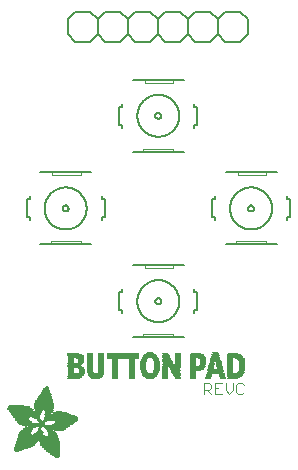
<source format=gbr>
G04 EAGLE Gerber RS-274X export*
G75*
%MOMM*%
%FSLAX34Y34*%
%LPD*%
%INSilkscreen Top*%
%IPPOS*%
%AMOC8*
5,1,8,0,0,1.08239X$1,22.5*%
G01*
%ADD10C,0.076200*%
%ADD11R,0.254000X0.050800*%
%ADD12R,0.355600X0.050800*%
%ADD13R,0.508000X0.050800*%
%ADD14R,0.558800X0.050800*%
%ADD15R,0.609600X0.050800*%
%ADD16R,0.711200X0.050800*%
%ADD17R,0.762000X0.050800*%
%ADD18R,0.812800X0.050800*%
%ADD19R,0.914400X0.050800*%
%ADD20R,0.965200X0.050800*%
%ADD21R,0.101600X0.050800*%
%ADD22R,1.016000X0.050800*%
%ADD23R,0.304800X0.050800*%
%ADD24R,1.117600X0.050800*%
%ADD25R,1.168400X0.050800*%
%ADD26R,1.219200X0.050800*%
%ADD27R,0.863600X0.050800*%
%ADD28R,1.320800X0.050800*%
%ADD29R,1.371600X0.050800*%
%ADD30R,1.422400X0.050800*%
%ADD31R,1.270000X0.050800*%
%ADD32R,1.473200X0.050800*%
%ADD33R,1.524000X0.050800*%
%ADD34R,1.574800X0.050800*%
%ADD35R,1.625600X0.050800*%
%ADD36R,1.676400X0.050800*%
%ADD37R,1.727200X0.050800*%
%ADD38R,1.778000X0.050800*%
%ADD39R,1.828800X0.050800*%
%ADD40R,3.454400X0.050800*%
%ADD41R,2.336800X0.050800*%
%ADD42R,2.235200X0.050800*%
%ADD43R,2.184400X0.050800*%
%ADD44R,0.660400X0.050800*%
%ADD45R,0.457200X0.050800*%
%ADD46R,0.406400X0.050800*%
%ADD47R,0.203200X0.050800*%
%ADD48R,1.930400X0.050800*%
%ADD49R,2.032000X0.050800*%
%ADD50R,2.540000X0.050800*%
%ADD51R,3.556000X0.050800*%
%ADD52R,4.114800X0.050800*%
%ADD53R,2.082800X0.050800*%
%ADD54R,2.133600X0.050800*%
%ADD55R,1.879600X0.050800*%
%ADD56R,1.981200X0.050800*%
%ADD57R,2.946400X0.050800*%
%ADD58R,2.895600X0.050800*%
%ADD59R,2.794000X0.050800*%
%ADD60R,2.286000X0.050800*%
%ADD61R,2.743200X0.050800*%
%ADD62R,2.590800X0.050800*%
%ADD63R,2.387600X0.050800*%
%ADD64R,2.438400X0.050800*%
%ADD65R,2.489200X0.050800*%
%ADD66R,2.641600X0.050800*%
%ADD67R,1.066800X0.050800*%
%ADD68C,0.152400*%
%ADD69C,0.050800*%


D10*
X181557Y67921D02*
X181557Y77167D01*
X186180Y77167D01*
X187721Y75626D01*
X187721Y72544D01*
X186180Y71003D01*
X181557Y71003D01*
X184639Y71003D02*
X187721Y67921D01*
X190765Y77167D02*
X196929Y77167D01*
X190765Y77167D02*
X190765Y67921D01*
X196929Y67921D01*
X193847Y72544D02*
X190765Y72544D01*
X199973Y71003D02*
X199973Y77167D01*
X199973Y71003D02*
X203055Y67921D01*
X206137Y71003D01*
X206137Y77167D01*
X213803Y77167D02*
X215344Y75626D01*
X213803Y77167D02*
X210722Y77167D01*
X209181Y75626D01*
X209181Y69462D01*
X210722Y67921D01*
X213803Y67921D01*
X215344Y69462D01*
D11*
X57404Y13208D03*
D12*
X57404Y13716D03*
D13*
X57150Y14224D03*
D14*
X56896Y14732D03*
D15*
X56642Y15240D03*
D16*
X56134Y15748D03*
D17*
X55880Y16256D03*
D18*
X55626Y16764D03*
D19*
X55118Y17272D03*
D20*
X54864Y17780D03*
D21*
X22606Y18288D03*
D22*
X54610Y18288D03*
D23*
X23114Y18796D03*
D24*
X54102Y18796D03*
D13*
X23622Y19304D03*
D25*
X53848Y19304D03*
D16*
X24130Y19812D03*
D26*
X53594Y19812D03*
D27*
X24892Y20320D03*
D28*
X53086Y20320D03*
D20*
X25908Y20828D03*
D29*
X52832Y20828D03*
D24*
X26670Y21336D03*
D30*
X52578Y21336D03*
D31*
X27432Y21844D03*
D32*
X52324Y21844D03*
D30*
X28194Y22352D03*
D33*
X52070Y22352D03*
D32*
X28956Y22860D03*
D33*
X52070Y22860D03*
D34*
X29464Y23368D03*
X51816Y23368D03*
D35*
X29718Y23876D03*
X51562Y23876D03*
X30226Y24384D03*
X51562Y24384D03*
D36*
X30480Y24892D03*
X51308Y24892D03*
D37*
X30734Y25400D03*
D36*
X51308Y25400D03*
D37*
X31242Y25908D03*
D36*
X51308Y25908D03*
D38*
X31496Y26416D03*
D37*
X51054Y26416D03*
D39*
X31750Y26924D03*
D37*
X51054Y26924D03*
D38*
X32004Y27432D03*
D36*
X50800Y27432D03*
D39*
X32258Y27940D03*
D36*
X50800Y27940D03*
D39*
X32258Y28448D03*
D36*
X50800Y28448D03*
D38*
X32512Y28956D03*
D36*
X50800Y28956D03*
D38*
X32512Y29464D03*
D36*
X50800Y29464D03*
D39*
X32766Y29972D03*
D36*
X50800Y29972D03*
D40*
X41402Y30480D03*
X41402Y30988D03*
D41*
X35814Y31496D03*
D27*
X53848Y31496D03*
D42*
X35814Y32004D03*
D18*
X54102Y32004D03*
D43*
X35560Y32512D03*
D17*
X53848Y32512D03*
D24*
X30226Y33020D03*
D19*
X41402Y33020D03*
D17*
X53848Y33020D03*
D22*
X30226Y33528D03*
D17*
X42164Y33528D03*
D16*
X53594Y33528D03*
D22*
X30226Y34036D03*
D44*
X42164Y34036D03*
D16*
X53086Y34036D03*
D20*
X30480Y34544D03*
D15*
X42418Y34544D03*
D44*
X52832Y34544D03*
D19*
X30734Y35052D03*
D13*
X42418Y35052D03*
D15*
X52578Y35052D03*
D20*
X30988Y35560D03*
D45*
X42672Y35560D03*
D15*
X52070Y35560D03*
D19*
X31242Y36068D03*
D46*
X42926Y36068D03*
D13*
X51562Y36068D03*
X58674Y36068D03*
D19*
X31750Y36576D03*
D23*
X42926Y36576D03*
D14*
X51308Y36576D03*
D18*
X58674Y36576D03*
D19*
X32258Y37084D03*
D11*
X43180Y37084D03*
D33*
X56134Y37084D03*
D27*
X32512Y37592D03*
D11*
X43180Y37592D03*
D36*
X56388Y37592D03*
D27*
X33020Y38100D03*
D11*
X43180Y38100D03*
D38*
X56388Y38100D03*
D27*
X34036Y38608D03*
D47*
X43434Y38608D03*
D48*
X56642Y38608D03*
D18*
X34798Y39116D03*
D11*
X43688Y39116D03*
D49*
X56642Y39116D03*
D16*
X36322Y39624D03*
D50*
X54610Y39624D03*
D47*
X30734Y40132D03*
D51*
X50546Y40132D03*
D52*
X48260Y40640D03*
D53*
X37084Y41148D03*
D37*
X61214Y41148D03*
D54*
X36322Y41656D03*
D35*
X62230Y41656D03*
D54*
X35814Y42164D03*
D35*
X62738Y42164D03*
D28*
X31242Y42672D03*
D15*
X43942Y42672D03*
D36*
X63500Y42672D03*
D31*
X30480Y43180D03*
D14*
X44196Y43180D03*
D36*
X64008Y43180D03*
D26*
X29718Y43688D03*
D15*
X44450Y43688D03*
D37*
X64262Y43688D03*
D26*
X29210Y44196D03*
D16*
X44958Y44196D03*
D55*
X64516Y44196D03*
D25*
X28448Y44704D03*
D23*
X42418Y44704D03*
D13*
X47498Y44704D03*
D56*
X64516Y44704D03*
D25*
X27940Y45212D03*
D23*
X41910Y45212D03*
D57*
X60198Y45212D03*
D26*
X27686Y45720D03*
D12*
X41656Y45720D03*
D57*
X60706Y45720D03*
D25*
X27432Y46228D03*
D12*
X41148Y46228D03*
D58*
X60960Y46228D03*
D26*
X27178Y46736D03*
D45*
X40640Y46736D03*
D58*
X60960Y46736D03*
D31*
X26924Y47244D03*
D14*
X40132Y47244D03*
D58*
X60960Y47244D03*
D29*
X27432Y47752D03*
D16*
X39370Y47752D03*
D59*
X60960Y47752D03*
D60*
X31496Y48260D03*
D61*
X60706Y48260D03*
D41*
X31242Y48768D03*
D62*
X59944Y48768D03*
D63*
X30988Y49276D03*
D64*
X59182Y49276D03*
X31242Y49784D03*
D60*
X58420Y49784D03*
D65*
X30988Y50292D03*
D13*
X49530Y50292D03*
D33*
X60706Y50292D03*
D50*
X30734Y50800D03*
D14*
X49784Y50800D03*
D28*
X60198Y50800D03*
D62*
X30480Y51308D03*
D14*
X49784Y51308D03*
D24*
X59690Y51308D03*
D66*
X30734Y51816D03*
D15*
X50038Y51816D03*
D27*
X59436Y51816D03*
D54*
X27686Y52324D03*
D13*
X41402Y52324D03*
D44*
X50292Y52324D03*
D13*
X59182Y52324D03*
D54*
X27178Y52832D03*
D14*
X41656Y52832D03*
D16*
X50038Y52832D03*
D53*
X26924Y53340D03*
D44*
X41656Y53340D03*
D18*
X50038Y53340D03*
D54*
X26670Y53848D03*
D34*
X46228Y53848D03*
D54*
X26162Y54356D03*
D34*
X46228Y54356D03*
D53*
X25908Y54864D03*
D36*
X46228Y54864D03*
D53*
X25400Y55372D03*
D36*
X46228Y55372D03*
D48*
X25146Y55880D03*
D36*
X46228Y55880D03*
D39*
X24638Y56388D03*
D36*
X46228Y56388D03*
D35*
X24130Y56896D03*
D36*
X46228Y56896D03*
D31*
X23368Y57404D03*
D36*
X46228Y57404D03*
X46228Y57912D03*
X46228Y58420D03*
D35*
X46482Y58928D03*
X46482Y59436D03*
D34*
X46228Y59944D03*
D33*
X46482Y60452D03*
X46482Y60960D03*
X46482Y61468D03*
D30*
X46482Y61976D03*
D29*
X46736Y62484D03*
X46736Y62992D03*
D31*
X46736Y63500D03*
D26*
X46990Y64008D03*
X46990Y64516D03*
D24*
X46990Y65024D03*
D67*
X47244Y65532D03*
X47244Y66040D03*
D22*
X47498Y66548D03*
D19*
X47498Y67056D03*
X47498Y67564D03*
D27*
X47752Y68072D03*
D17*
X47752Y68580D03*
D16*
X48006Y69088D03*
X48006Y69596D03*
D15*
X48006Y70104D03*
D14*
X48260Y70612D03*
X48260Y71120D03*
D45*
X48260Y71628D03*
D46*
X48514Y72136D03*
D12*
X48768Y72644D03*
D11*
X48768Y73152D03*
D21*
X48514Y73660D03*
D17*
X70104Y80264D03*
D14*
X89916Y80264D03*
D13*
X105918Y80264D03*
D45*
X120396Y80264D03*
D13*
X135890Y80264D03*
D45*
X148844Y80264D03*
X159512Y80264D03*
D13*
X172466Y80264D03*
X185166Y80264D03*
X197358Y80264D03*
D44*
X204724Y80264D03*
D22*
X71374Y80772D03*
D17*
X89916Y80772D03*
D13*
X105918Y80772D03*
D45*
X120396Y80772D03*
D16*
X135890Y80772D03*
D45*
X148844Y80772D03*
D13*
X159258Y80772D03*
X172466Y80772D03*
D45*
X185420Y80772D03*
D13*
X197358Y80772D03*
D19*
X205994Y80772D03*
D25*
X72136Y81280D03*
D20*
X89916Y81280D03*
D13*
X105918Y81280D03*
D45*
X120396Y81280D03*
D19*
X135890Y81280D03*
D45*
X148844Y81280D03*
D13*
X159258Y81280D03*
X172466Y81280D03*
D45*
X185420Y81280D03*
D13*
X197358Y81280D03*
D67*
X206756Y81280D03*
D26*
X72390Y81788D03*
D67*
X89916Y81788D03*
D13*
X105918Y81788D03*
D45*
X120396Y81788D03*
D22*
X135890Y81788D03*
D45*
X148844Y81788D03*
D14*
X159004Y81788D03*
D13*
X172466Y81788D03*
X185674Y81788D03*
D45*
X197104Y81788D03*
D24*
X207010Y81788D03*
D31*
X72644Y82296D03*
D25*
X89916Y82296D03*
D13*
X105918Y82296D03*
D45*
X120396Y82296D03*
D24*
X135890Y82296D03*
D45*
X148844Y82296D03*
D14*
X159004Y82296D03*
D13*
X172466Y82296D03*
D45*
X185928Y82296D03*
D13*
X196850Y82296D03*
D26*
X207518Y82296D03*
D28*
X72898Y82804D03*
D26*
X90170Y82804D03*
D13*
X105918Y82804D03*
D45*
X120396Y82804D03*
D26*
X135890Y82804D03*
D45*
X148844Y82804D03*
D15*
X158750Y82804D03*
D13*
X172466Y82804D03*
D45*
X185928Y82804D03*
D13*
X196850Y82804D03*
D31*
X207772Y82804D03*
D29*
X73152Y83312D03*
D31*
X89916Y83312D03*
D13*
X105918Y83312D03*
D45*
X120396Y83312D03*
D31*
X136144Y83312D03*
D45*
X148844Y83312D03*
D15*
X158750Y83312D03*
D13*
X172466Y83312D03*
D45*
X185928Y83312D03*
X196596Y83312D03*
D28*
X208026Y83312D03*
D29*
X73152Y83820D03*
D28*
X90170Y83820D03*
D13*
X105918Y83820D03*
D45*
X120396Y83820D03*
D28*
X135890Y83820D03*
D45*
X148844Y83820D03*
D44*
X158496Y83820D03*
D13*
X172466Y83820D03*
X186182Y83820D03*
D45*
X196596Y83820D03*
D28*
X208026Y83820D03*
D30*
X73406Y84328D03*
D29*
X89916Y84328D03*
D13*
X105918Y84328D03*
D45*
X120396Y84328D03*
D15*
X132334Y84328D03*
D44*
X139700Y84328D03*
D45*
X148844Y84328D03*
D44*
X158496Y84328D03*
D13*
X172466Y84328D03*
D32*
X191516Y84328D03*
D29*
X208280Y84328D03*
D13*
X68834Y84836D03*
D15*
X77470Y84836D03*
D14*
X85852Y84836D03*
D13*
X94234Y84836D03*
X105918Y84836D03*
D45*
X120396Y84836D03*
D14*
X131572Y84836D03*
X140208Y84836D03*
D45*
X148844Y84836D03*
D16*
X158242Y84836D03*
D13*
X172466Y84836D03*
D32*
X191516Y84836D03*
D13*
X203962Y84836D03*
D16*
X212090Y84836D03*
D13*
X68834Y85344D03*
X77978Y85344D03*
X85598Y85344D03*
X94742Y85344D03*
X105918Y85344D03*
D45*
X120396Y85344D03*
D13*
X131318Y85344D03*
D14*
X140716Y85344D03*
D45*
X148844Y85344D03*
D16*
X158242Y85344D03*
D13*
X172466Y85344D03*
D30*
X191262Y85344D03*
D13*
X203962Y85344D03*
D15*
X212598Y85344D03*
D13*
X68834Y85852D03*
X77978Y85852D03*
X85090Y85852D03*
X94742Y85852D03*
X105918Y85852D03*
D45*
X120396Y85852D03*
D13*
X130810Y85852D03*
X140970Y85852D03*
D45*
X148844Y85852D03*
D17*
X157988Y85852D03*
D13*
X172466Y85852D03*
D30*
X191262Y85852D03*
D13*
X203962Y85852D03*
D14*
X213360Y85852D03*
D13*
X68834Y86360D03*
D45*
X78232Y86360D03*
D13*
X85090Y86360D03*
X94742Y86360D03*
X105918Y86360D03*
D45*
X120396Y86360D03*
D13*
X130810Y86360D03*
X140970Y86360D03*
D45*
X148844Y86360D03*
D17*
X157988Y86360D03*
D13*
X172466Y86360D03*
D29*
X191516Y86360D03*
D13*
X203962Y86360D03*
D14*
X213360Y86360D03*
D13*
X68834Y86868D03*
D45*
X78232Y86868D03*
D13*
X85090Y86868D03*
X94742Y86868D03*
X105918Y86868D03*
D45*
X120396Y86868D03*
D13*
X130810Y86868D03*
D45*
X141224Y86868D03*
X148844Y86868D03*
D18*
X157734Y86868D03*
D16*
X173482Y86868D03*
D29*
X191516Y86868D03*
D13*
X203962Y86868D03*
X213614Y86868D03*
X68834Y87376D03*
D45*
X78232Y87376D03*
D13*
X85090Y87376D03*
X94742Y87376D03*
X105918Y87376D03*
D45*
X120396Y87376D03*
X130556Y87376D03*
D13*
X141478Y87376D03*
D45*
X148844Y87376D03*
D18*
X157734Y87376D03*
D19*
X174498Y87376D03*
D28*
X191262Y87376D03*
D13*
X203962Y87376D03*
X213614Y87376D03*
X68834Y87884D03*
D45*
X78232Y87884D03*
D13*
X85090Y87884D03*
X94742Y87884D03*
X105918Y87884D03*
D45*
X120396Y87884D03*
D13*
X130302Y87884D03*
X141478Y87884D03*
D45*
X148844Y87884D03*
D27*
X157480Y87884D03*
D22*
X175006Y87884D03*
D28*
X191262Y87884D03*
D13*
X203962Y87884D03*
X214122Y87884D03*
X68834Y88392D03*
X77978Y88392D03*
X85090Y88392D03*
X94742Y88392D03*
X105918Y88392D03*
D45*
X120396Y88392D03*
D13*
X130302Y88392D03*
X141478Y88392D03*
D45*
X148844Y88392D03*
D27*
X157480Y88392D03*
D24*
X175514Y88392D03*
D45*
X187452Y88392D03*
D13*
X195326Y88392D03*
X203962Y88392D03*
X214122Y88392D03*
X68834Y88900D03*
X77470Y88900D03*
X85090Y88900D03*
X94742Y88900D03*
X105918Y88900D03*
D45*
X120396Y88900D03*
D13*
X130302Y88900D03*
X141478Y88900D03*
D45*
X148844Y88900D03*
D19*
X157226Y88900D03*
D25*
X175768Y88900D03*
D45*
X187452Y88900D03*
X195072Y88900D03*
D13*
X203962Y88900D03*
X214122Y88900D03*
D29*
X73152Y89408D03*
D13*
X85090Y89408D03*
X94742Y89408D03*
X105918Y89408D03*
D45*
X120396Y89408D03*
D13*
X130302Y89408D03*
X141478Y89408D03*
D45*
X148844Y89408D03*
D19*
X157226Y89408D03*
D26*
X176022Y89408D03*
D45*
X187452Y89408D03*
X195072Y89408D03*
D13*
X203962Y89408D03*
X214122Y89408D03*
D28*
X72898Y89916D03*
D13*
X85090Y89916D03*
X94742Y89916D03*
X105918Y89916D03*
D45*
X120396Y89916D03*
D13*
X130302Y89916D03*
X141478Y89916D03*
D45*
X148844Y89916D03*
D20*
X156972Y89916D03*
D31*
X176276Y89916D03*
D46*
X187706Y89916D03*
D45*
X195072Y89916D03*
D13*
X203962Y89916D03*
X214122Y89916D03*
D31*
X72644Y90424D03*
D13*
X85090Y90424D03*
X94742Y90424D03*
X105918Y90424D03*
D45*
X120396Y90424D03*
D13*
X130302Y90424D03*
X141478Y90424D03*
D45*
X148844Y90424D03*
D20*
X156972Y90424D03*
D31*
X176276Y90424D03*
D45*
X187960Y90424D03*
X195072Y90424D03*
D13*
X203962Y90424D03*
X214122Y90424D03*
D25*
X72136Y90932D03*
D13*
X85090Y90932D03*
X94742Y90932D03*
X105918Y90932D03*
D45*
X120396Y90932D03*
D13*
X130302Y90932D03*
X141478Y90932D03*
D33*
X154178Y90932D03*
D13*
X172466Y90932D03*
D44*
X179832Y90932D03*
D45*
X187960Y90932D03*
X194564Y90932D03*
D13*
X203962Y90932D03*
X214122Y90932D03*
D24*
X71882Y91440D03*
D13*
X85090Y91440D03*
X94742Y91440D03*
X105918Y91440D03*
D45*
X120396Y91440D03*
D13*
X130302Y91440D03*
X141478Y91440D03*
D33*
X154178Y91440D03*
D13*
X172466Y91440D03*
D14*
X180340Y91440D03*
D45*
X187960Y91440D03*
X194564Y91440D03*
D13*
X203962Y91440D03*
X214122Y91440D03*
D25*
X72136Y91948D03*
D13*
X85090Y91948D03*
X94742Y91948D03*
X105918Y91948D03*
D45*
X120396Y91948D03*
D13*
X130302Y91948D03*
X141478Y91948D03*
D33*
X154178Y91948D03*
D13*
X172466Y91948D03*
D14*
X180848Y91948D03*
D46*
X188214Y91948D03*
D45*
X194564Y91948D03*
D13*
X203962Y91948D03*
X214122Y91948D03*
D26*
X72390Y92456D03*
D13*
X85090Y92456D03*
X94742Y92456D03*
X105918Y92456D03*
D45*
X120396Y92456D03*
D13*
X130302Y92456D03*
X141478Y92456D03*
D20*
X151384Y92456D03*
D13*
X159258Y92456D03*
X172466Y92456D03*
X181102Y92456D03*
D45*
X188468Y92456D03*
X194564Y92456D03*
D13*
X203962Y92456D03*
X214122Y92456D03*
D31*
X72644Y92964D03*
D13*
X85090Y92964D03*
X94742Y92964D03*
X105918Y92964D03*
D45*
X120396Y92964D03*
D13*
X130302Y92964D03*
X141478Y92964D03*
D19*
X151130Y92964D03*
D13*
X159258Y92964D03*
X172466Y92964D03*
X181102Y92964D03*
D45*
X188468Y92964D03*
X194056Y92964D03*
D13*
X203962Y92964D03*
X214122Y92964D03*
X68834Y93472D03*
X76962Y93472D03*
X85090Y93472D03*
X94742Y93472D03*
X105918Y93472D03*
D45*
X120396Y93472D03*
D13*
X130302Y93472D03*
X141478Y93472D03*
D19*
X151130Y93472D03*
D13*
X159258Y93472D03*
X172466Y93472D03*
X181102Y93472D03*
D45*
X188468Y93472D03*
X194056Y93472D03*
D13*
X203962Y93472D03*
X214122Y93472D03*
X68834Y93980D03*
D45*
X77216Y93980D03*
D13*
X85090Y93980D03*
X94742Y93980D03*
X105918Y93980D03*
D45*
X120396Y93980D03*
D13*
X130302Y93980D03*
X141478Y93980D03*
D27*
X150876Y93980D03*
D13*
X159258Y93980D03*
X172466Y93980D03*
X181102Y93980D03*
D46*
X188722Y93980D03*
D45*
X194056Y93980D03*
D13*
X203962Y93980D03*
X214122Y93980D03*
X68834Y94488D03*
D45*
X77724Y94488D03*
D13*
X85090Y94488D03*
X94742Y94488D03*
X105918Y94488D03*
D45*
X120396Y94488D03*
D13*
X130302Y94488D03*
X141478Y94488D03*
D27*
X150876Y94488D03*
D13*
X159258Y94488D03*
X172466Y94488D03*
X181102Y94488D03*
D45*
X188976Y94488D03*
X194056Y94488D03*
D13*
X203962Y94488D03*
X214122Y94488D03*
X68834Y94996D03*
D45*
X77724Y94996D03*
D13*
X85090Y94996D03*
X94742Y94996D03*
X105918Y94996D03*
D45*
X120396Y94996D03*
X130556Y94996D03*
D13*
X141478Y94996D03*
D18*
X150622Y94996D03*
D13*
X159258Y94996D03*
X172466Y94996D03*
X181102Y94996D03*
D19*
X191262Y94996D03*
D13*
X203962Y94996D03*
X213614Y94996D03*
X68834Y95504D03*
D45*
X77724Y95504D03*
D13*
X85090Y95504D03*
X94742Y95504D03*
X105918Y95504D03*
D45*
X120396Y95504D03*
D13*
X130810Y95504D03*
X140970Y95504D03*
D18*
X150622Y95504D03*
D13*
X159258Y95504D03*
X172466Y95504D03*
X181102Y95504D03*
D19*
X191262Y95504D03*
D13*
X203962Y95504D03*
X213614Y95504D03*
X68834Y96012D03*
D45*
X77724Y96012D03*
D13*
X85090Y96012D03*
X94742Y96012D03*
X105918Y96012D03*
D45*
X120396Y96012D03*
D13*
X130810Y96012D03*
X140970Y96012D03*
D17*
X150368Y96012D03*
D13*
X159258Y96012D03*
X172466Y96012D03*
X181102Y96012D03*
D27*
X191516Y96012D03*
D13*
X203962Y96012D03*
D14*
X213360Y96012D03*
D13*
X68834Y96520D03*
D45*
X77724Y96520D03*
D13*
X85090Y96520D03*
X94742Y96520D03*
X105918Y96520D03*
D45*
X120396Y96520D03*
D14*
X131064Y96520D03*
D13*
X140970Y96520D03*
D17*
X150368Y96520D03*
D13*
X159258Y96520D03*
X172466Y96520D03*
X181102Y96520D03*
D18*
X191262Y96520D03*
D13*
X203962Y96520D03*
D15*
X213106Y96520D03*
D13*
X68834Y97028D03*
X77470Y97028D03*
X85090Y97028D03*
X94742Y97028D03*
X105918Y97028D03*
D45*
X120396Y97028D03*
D13*
X131318Y97028D03*
D14*
X140716Y97028D03*
D16*
X150114Y97028D03*
D13*
X159258Y97028D03*
X172466Y97028D03*
D14*
X180848Y97028D03*
D18*
X191262Y97028D03*
D13*
X203962Y97028D03*
D15*
X212598Y97028D03*
D13*
X68834Y97536D03*
D15*
X76962Y97536D03*
D13*
X85090Y97536D03*
X94742Y97536D03*
D28*
X105918Y97536D03*
X120142Y97536D03*
D14*
X131572Y97536D03*
X140208Y97536D03*
D16*
X150114Y97536D03*
D13*
X159258Y97536D03*
X172466Y97536D03*
D15*
X180086Y97536D03*
D17*
X191516Y97536D03*
D13*
X203962Y97536D03*
D17*
X211836Y97536D03*
D29*
X73152Y98044D03*
D13*
X85090Y98044D03*
X94742Y98044D03*
D28*
X105918Y98044D03*
X120142Y98044D03*
D29*
X136144Y98044D03*
D44*
X149860Y98044D03*
D13*
X159258Y98044D03*
D28*
X176530Y98044D03*
D17*
X191516Y98044D03*
D29*
X208280Y98044D03*
X73152Y98552D03*
D13*
X85090Y98552D03*
X94742Y98552D03*
D28*
X105918Y98552D03*
X120142Y98552D03*
X135890Y98552D03*
D44*
X149860Y98552D03*
D13*
X159258Y98552D03*
D31*
X176276Y98552D03*
D16*
X191262Y98552D03*
D28*
X208026Y98552D03*
X72898Y99060D03*
D13*
X85090Y99060D03*
X94742Y99060D03*
D28*
X105918Y99060D03*
X120142Y99060D03*
D26*
X135890Y99060D03*
D15*
X149606Y99060D03*
D13*
X159258Y99060D03*
D31*
X176276Y99060D03*
D16*
X191262Y99060D03*
D28*
X208026Y99060D03*
X72898Y99568D03*
D13*
X85090Y99568D03*
X94742Y99568D03*
D28*
X105918Y99568D03*
X120142Y99568D03*
D25*
X136144Y99568D03*
D15*
X149606Y99568D03*
D13*
X159258Y99568D03*
D26*
X176022Y99568D03*
D44*
X191516Y99568D03*
D31*
X207772Y99568D03*
X72644Y100076D03*
D13*
X85090Y100076D03*
X94742Y100076D03*
D28*
X105918Y100076D03*
X120142Y100076D03*
D24*
X135890Y100076D03*
D14*
X149352Y100076D03*
D13*
X159258Y100076D03*
D25*
X175768Y100076D03*
D44*
X191516Y100076D03*
D26*
X207518Y100076D03*
X72390Y100584D03*
D13*
X85090Y100584D03*
X94742Y100584D03*
D28*
X105918Y100584D03*
X120142Y100584D03*
D22*
X135890Y100584D03*
D14*
X149352Y100584D03*
D13*
X159258Y100584D03*
D24*
X175514Y100584D03*
D15*
X191262Y100584D03*
D24*
X207010Y100584D03*
X71882Y101092D03*
D13*
X85090Y101092D03*
X94742Y101092D03*
D28*
X105918Y101092D03*
X120142Y101092D03*
D27*
X136144Y101092D03*
D13*
X149098Y101092D03*
X159258Y101092D03*
D22*
X175006Y101092D03*
D15*
X191262Y101092D03*
D22*
X206502Y101092D03*
D20*
X71120Y101600D03*
D13*
X85090Y101600D03*
X94742Y101600D03*
D28*
X105918Y101600D03*
X120142Y101600D03*
D16*
X135890Y101600D03*
D45*
X148844Y101600D03*
D13*
X159258Y101600D03*
D19*
X174498Y101600D03*
D14*
X191516Y101600D03*
D19*
X205994Y101600D03*
D45*
X136144Y102108D03*
D13*
X191262Y102108D03*
D68*
X34020Y232620D02*
X31480Y232620D01*
X31480Y217380D01*
X34020Y217380D01*
X94980Y217380D02*
X97520Y217380D01*
X97520Y232620D01*
X94980Y232620D01*
D69*
X77200Y197060D02*
X77200Y194520D01*
X77200Y197060D02*
X51800Y197060D01*
X51800Y194520D01*
X53070Y252940D02*
X77200Y252940D01*
X53070Y252940D02*
X53070Y255480D01*
X77200Y255480D02*
X77200Y252940D01*
D68*
X77200Y255480D02*
X86090Y255480D01*
X51800Y194520D02*
X42910Y194520D01*
X51800Y194520D02*
X77200Y194520D01*
X86090Y194520D01*
X77200Y255480D02*
X53070Y255480D01*
X42910Y255480D01*
X34020Y235160D02*
X34020Y232620D01*
X34020Y217380D02*
X34020Y214840D01*
X94980Y232620D02*
X94980Y235160D01*
X94980Y217380D02*
X94980Y214840D01*
X46720Y225000D02*
X46725Y225436D01*
X46741Y225872D01*
X46768Y226308D01*
X46806Y226743D01*
X46854Y227176D01*
X46912Y227609D01*
X46982Y228040D01*
X47062Y228469D01*
X47152Y228896D01*
X47253Y229320D01*
X47364Y229742D01*
X47486Y230161D01*
X47617Y230577D01*
X47759Y230990D01*
X47911Y231399D01*
X48073Y231804D01*
X48245Y232205D01*
X48427Y232602D01*
X48618Y232994D01*
X48819Y233381D01*
X49030Y233764D01*
X49250Y234141D01*
X49479Y234512D01*
X49716Y234878D01*
X49963Y235238D01*
X50219Y235592D01*
X50483Y235939D01*
X50756Y236280D01*
X51037Y236613D01*
X51326Y236940D01*
X51623Y237260D01*
X51928Y237572D01*
X52240Y237877D01*
X52560Y238174D01*
X52887Y238463D01*
X53220Y238744D01*
X53561Y239017D01*
X53908Y239281D01*
X54262Y239537D01*
X54622Y239784D01*
X54988Y240021D01*
X55359Y240250D01*
X55736Y240470D01*
X56119Y240681D01*
X56506Y240882D01*
X56898Y241073D01*
X57295Y241255D01*
X57696Y241427D01*
X58101Y241589D01*
X58510Y241741D01*
X58923Y241883D01*
X59339Y242014D01*
X59758Y242136D01*
X60180Y242247D01*
X60604Y242348D01*
X61031Y242438D01*
X61460Y242518D01*
X61891Y242588D01*
X62324Y242646D01*
X62757Y242694D01*
X63192Y242732D01*
X63628Y242759D01*
X64064Y242775D01*
X64500Y242780D01*
X64936Y242775D01*
X65372Y242759D01*
X65808Y242732D01*
X66243Y242694D01*
X66676Y242646D01*
X67109Y242588D01*
X67540Y242518D01*
X67969Y242438D01*
X68396Y242348D01*
X68820Y242247D01*
X69242Y242136D01*
X69661Y242014D01*
X70077Y241883D01*
X70490Y241741D01*
X70899Y241589D01*
X71304Y241427D01*
X71705Y241255D01*
X72102Y241073D01*
X72494Y240882D01*
X72881Y240681D01*
X73264Y240470D01*
X73641Y240250D01*
X74012Y240021D01*
X74378Y239784D01*
X74738Y239537D01*
X75092Y239281D01*
X75439Y239017D01*
X75780Y238744D01*
X76113Y238463D01*
X76440Y238174D01*
X76760Y237877D01*
X77072Y237572D01*
X77377Y237260D01*
X77674Y236940D01*
X77963Y236613D01*
X78244Y236280D01*
X78517Y235939D01*
X78781Y235592D01*
X79037Y235238D01*
X79284Y234878D01*
X79521Y234512D01*
X79750Y234141D01*
X79970Y233764D01*
X80181Y233381D01*
X80382Y232994D01*
X80573Y232602D01*
X80755Y232205D01*
X80927Y231804D01*
X81089Y231399D01*
X81241Y230990D01*
X81383Y230577D01*
X81514Y230161D01*
X81636Y229742D01*
X81747Y229320D01*
X81848Y228896D01*
X81938Y228469D01*
X82018Y228040D01*
X82088Y227609D01*
X82146Y227176D01*
X82194Y226743D01*
X82232Y226308D01*
X82259Y225872D01*
X82275Y225436D01*
X82280Y225000D01*
X82275Y224564D01*
X82259Y224128D01*
X82232Y223692D01*
X82194Y223257D01*
X82146Y222824D01*
X82088Y222391D01*
X82018Y221960D01*
X81938Y221531D01*
X81848Y221104D01*
X81747Y220680D01*
X81636Y220258D01*
X81514Y219839D01*
X81383Y219423D01*
X81241Y219010D01*
X81089Y218601D01*
X80927Y218196D01*
X80755Y217795D01*
X80573Y217398D01*
X80382Y217006D01*
X80181Y216619D01*
X79970Y216236D01*
X79750Y215859D01*
X79521Y215488D01*
X79284Y215122D01*
X79037Y214762D01*
X78781Y214408D01*
X78517Y214061D01*
X78244Y213720D01*
X77963Y213387D01*
X77674Y213060D01*
X77377Y212740D01*
X77072Y212428D01*
X76760Y212123D01*
X76440Y211826D01*
X76113Y211537D01*
X75780Y211256D01*
X75439Y210983D01*
X75092Y210719D01*
X74738Y210463D01*
X74378Y210216D01*
X74012Y209979D01*
X73641Y209750D01*
X73264Y209530D01*
X72881Y209319D01*
X72494Y209118D01*
X72102Y208927D01*
X71705Y208745D01*
X71304Y208573D01*
X70899Y208411D01*
X70490Y208259D01*
X70077Y208117D01*
X69661Y207986D01*
X69242Y207864D01*
X68820Y207753D01*
X68396Y207652D01*
X67969Y207562D01*
X67540Y207482D01*
X67109Y207412D01*
X66676Y207354D01*
X66243Y207306D01*
X65808Y207268D01*
X65372Y207241D01*
X64936Y207225D01*
X64500Y207220D01*
X64064Y207225D01*
X63628Y207241D01*
X63192Y207268D01*
X62757Y207306D01*
X62324Y207354D01*
X61891Y207412D01*
X61460Y207482D01*
X61031Y207562D01*
X60604Y207652D01*
X60180Y207753D01*
X59758Y207864D01*
X59339Y207986D01*
X58923Y208117D01*
X58510Y208259D01*
X58101Y208411D01*
X57696Y208573D01*
X57295Y208745D01*
X56898Y208927D01*
X56506Y209118D01*
X56119Y209319D01*
X55736Y209530D01*
X55359Y209750D01*
X54988Y209979D01*
X54622Y210216D01*
X54262Y210463D01*
X53908Y210719D01*
X53561Y210983D01*
X53220Y211256D01*
X52887Y211537D01*
X52560Y211826D01*
X52240Y212123D01*
X51928Y212428D01*
X51623Y212740D01*
X51326Y213060D01*
X51037Y213387D01*
X50756Y213720D01*
X50483Y214061D01*
X50219Y214408D01*
X49963Y214762D01*
X49716Y215122D01*
X49479Y215488D01*
X49250Y215859D01*
X49030Y216236D01*
X48819Y216619D01*
X48618Y217006D01*
X48427Y217398D01*
X48245Y217795D01*
X48073Y218196D01*
X47911Y218601D01*
X47759Y219010D01*
X47617Y219423D01*
X47486Y219839D01*
X47364Y220258D01*
X47253Y220680D01*
X47152Y221104D01*
X47062Y221531D01*
X46982Y221960D01*
X46912Y222391D01*
X46854Y222824D01*
X46806Y223257D01*
X46768Y223692D01*
X46741Y224128D01*
X46725Y224564D01*
X46720Y225000D01*
X61960Y225000D02*
X61962Y225100D01*
X61968Y225201D01*
X61978Y225300D01*
X61992Y225400D01*
X62009Y225499D01*
X62031Y225597D01*
X62057Y225694D01*
X62086Y225790D01*
X62119Y225884D01*
X62156Y225978D01*
X62196Y226070D01*
X62240Y226160D01*
X62288Y226248D01*
X62339Y226335D01*
X62393Y226419D01*
X62451Y226501D01*
X62512Y226581D01*
X62576Y226658D01*
X62643Y226733D01*
X62713Y226805D01*
X62786Y226874D01*
X62861Y226940D01*
X62939Y227004D01*
X63019Y227064D01*
X63102Y227121D01*
X63187Y227174D01*
X63274Y227224D01*
X63363Y227271D01*
X63453Y227314D01*
X63545Y227354D01*
X63639Y227390D01*
X63734Y227422D01*
X63830Y227450D01*
X63928Y227475D01*
X64026Y227495D01*
X64125Y227512D01*
X64225Y227525D01*
X64324Y227534D01*
X64425Y227539D01*
X64525Y227540D01*
X64625Y227537D01*
X64726Y227530D01*
X64825Y227519D01*
X64925Y227504D01*
X65023Y227486D01*
X65121Y227463D01*
X65218Y227436D01*
X65313Y227406D01*
X65408Y227372D01*
X65501Y227334D01*
X65592Y227293D01*
X65682Y227248D01*
X65770Y227200D01*
X65856Y227148D01*
X65940Y227093D01*
X66021Y227034D01*
X66100Y226972D01*
X66177Y226908D01*
X66251Y226840D01*
X66322Y226769D01*
X66391Y226696D01*
X66456Y226620D01*
X66519Y226541D01*
X66578Y226460D01*
X66634Y226377D01*
X66687Y226292D01*
X66736Y226204D01*
X66782Y226115D01*
X66824Y226024D01*
X66863Y225931D01*
X66898Y225837D01*
X66929Y225742D01*
X66957Y225645D01*
X66980Y225548D01*
X67000Y225449D01*
X67016Y225350D01*
X67028Y225251D01*
X67036Y225150D01*
X67040Y225050D01*
X67040Y224950D01*
X67036Y224850D01*
X67028Y224749D01*
X67016Y224650D01*
X67000Y224551D01*
X66980Y224452D01*
X66957Y224355D01*
X66929Y224258D01*
X66898Y224163D01*
X66863Y224069D01*
X66824Y223976D01*
X66782Y223885D01*
X66736Y223796D01*
X66687Y223708D01*
X66634Y223623D01*
X66578Y223540D01*
X66519Y223459D01*
X66456Y223380D01*
X66391Y223304D01*
X66322Y223231D01*
X66251Y223160D01*
X66177Y223092D01*
X66100Y223028D01*
X66021Y222966D01*
X65940Y222907D01*
X65856Y222852D01*
X65770Y222800D01*
X65682Y222752D01*
X65592Y222707D01*
X65501Y222666D01*
X65408Y222628D01*
X65313Y222594D01*
X65218Y222564D01*
X65121Y222537D01*
X65023Y222514D01*
X64925Y222496D01*
X64825Y222481D01*
X64726Y222470D01*
X64625Y222463D01*
X64525Y222460D01*
X64425Y222461D01*
X64324Y222466D01*
X64225Y222475D01*
X64125Y222488D01*
X64026Y222505D01*
X63928Y222525D01*
X63830Y222550D01*
X63734Y222578D01*
X63639Y222610D01*
X63545Y222646D01*
X63453Y222686D01*
X63363Y222729D01*
X63274Y222776D01*
X63187Y222826D01*
X63102Y222879D01*
X63019Y222936D01*
X62939Y222996D01*
X62861Y223060D01*
X62786Y223126D01*
X62713Y223195D01*
X62643Y223267D01*
X62576Y223342D01*
X62512Y223419D01*
X62451Y223499D01*
X62393Y223581D01*
X62339Y223665D01*
X62288Y223752D01*
X62240Y223840D01*
X62196Y223930D01*
X62156Y224022D01*
X62119Y224116D01*
X62086Y224210D01*
X62057Y224306D01*
X62031Y224403D01*
X62009Y224501D01*
X61992Y224600D01*
X61978Y224700D01*
X61968Y224799D01*
X61962Y224900D01*
X61960Y225000D01*
X109980Y311120D02*
X112520Y311120D01*
X109980Y311120D02*
X109980Y295880D01*
X112520Y295880D01*
X173480Y295880D02*
X176020Y295880D01*
X176020Y311120D01*
X173480Y311120D01*
D69*
X155700Y275560D02*
X155700Y273020D01*
X155700Y275560D02*
X130300Y275560D01*
X130300Y273020D01*
X131570Y331440D02*
X155700Y331440D01*
X131570Y331440D02*
X131570Y333980D01*
X155700Y333980D02*
X155700Y331440D01*
D68*
X155700Y333980D02*
X164590Y333980D01*
X130300Y273020D02*
X121410Y273020D01*
X130300Y273020D02*
X155700Y273020D01*
X164590Y273020D01*
X155700Y333980D02*
X131570Y333980D01*
X121410Y333980D01*
X112520Y313660D02*
X112520Y311120D01*
X112520Y295880D02*
X112520Y293340D01*
X173480Y311120D02*
X173480Y313660D01*
X173480Y295880D02*
X173480Y293340D01*
X125220Y303500D02*
X125225Y303936D01*
X125241Y304372D01*
X125268Y304808D01*
X125306Y305243D01*
X125354Y305676D01*
X125412Y306109D01*
X125482Y306540D01*
X125562Y306969D01*
X125652Y307396D01*
X125753Y307820D01*
X125864Y308242D01*
X125986Y308661D01*
X126117Y309077D01*
X126259Y309490D01*
X126411Y309899D01*
X126573Y310304D01*
X126745Y310705D01*
X126927Y311102D01*
X127118Y311494D01*
X127319Y311881D01*
X127530Y312264D01*
X127750Y312641D01*
X127979Y313012D01*
X128216Y313378D01*
X128463Y313738D01*
X128719Y314092D01*
X128983Y314439D01*
X129256Y314780D01*
X129537Y315113D01*
X129826Y315440D01*
X130123Y315760D01*
X130428Y316072D01*
X130740Y316377D01*
X131060Y316674D01*
X131387Y316963D01*
X131720Y317244D01*
X132061Y317517D01*
X132408Y317781D01*
X132762Y318037D01*
X133122Y318284D01*
X133488Y318521D01*
X133859Y318750D01*
X134236Y318970D01*
X134619Y319181D01*
X135006Y319382D01*
X135398Y319573D01*
X135795Y319755D01*
X136196Y319927D01*
X136601Y320089D01*
X137010Y320241D01*
X137423Y320383D01*
X137839Y320514D01*
X138258Y320636D01*
X138680Y320747D01*
X139104Y320848D01*
X139531Y320938D01*
X139960Y321018D01*
X140391Y321088D01*
X140824Y321146D01*
X141257Y321194D01*
X141692Y321232D01*
X142128Y321259D01*
X142564Y321275D01*
X143000Y321280D01*
X143436Y321275D01*
X143872Y321259D01*
X144308Y321232D01*
X144743Y321194D01*
X145176Y321146D01*
X145609Y321088D01*
X146040Y321018D01*
X146469Y320938D01*
X146896Y320848D01*
X147320Y320747D01*
X147742Y320636D01*
X148161Y320514D01*
X148577Y320383D01*
X148990Y320241D01*
X149399Y320089D01*
X149804Y319927D01*
X150205Y319755D01*
X150602Y319573D01*
X150994Y319382D01*
X151381Y319181D01*
X151764Y318970D01*
X152141Y318750D01*
X152512Y318521D01*
X152878Y318284D01*
X153238Y318037D01*
X153592Y317781D01*
X153939Y317517D01*
X154280Y317244D01*
X154613Y316963D01*
X154940Y316674D01*
X155260Y316377D01*
X155572Y316072D01*
X155877Y315760D01*
X156174Y315440D01*
X156463Y315113D01*
X156744Y314780D01*
X157017Y314439D01*
X157281Y314092D01*
X157537Y313738D01*
X157784Y313378D01*
X158021Y313012D01*
X158250Y312641D01*
X158470Y312264D01*
X158681Y311881D01*
X158882Y311494D01*
X159073Y311102D01*
X159255Y310705D01*
X159427Y310304D01*
X159589Y309899D01*
X159741Y309490D01*
X159883Y309077D01*
X160014Y308661D01*
X160136Y308242D01*
X160247Y307820D01*
X160348Y307396D01*
X160438Y306969D01*
X160518Y306540D01*
X160588Y306109D01*
X160646Y305676D01*
X160694Y305243D01*
X160732Y304808D01*
X160759Y304372D01*
X160775Y303936D01*
X160780Y303500D01*
X160775Y303064D01*
X160759Y302628D01*
X160732Y302192D01*
X160694Y301757D01*
X160646Y301324D01*
X160588Y300891D01*
X160518Y300460D01*
X160438Y300031D01*
X160348Y299604D01*
X160247Y299180D01*
X160136Y298758D01*
X160014Y298339D01*
X159883Y297923D01*
X159741Y297510D01*
X159589Y297101D01*
X159427Y296696D01*
X159255Y296295D01*
X159073Y295898D01*
X158882Y295506D01*
X158681Y295119D01*
X158470Y294736D01*
X158250Y294359D01*
X158021Y293988D01*
X157784Y293622D01*
X157537Y293262D01*
X157281Y292908D01*
X157017Y292561D01*
X156744Y292220D01*
X156463Y291887D01*
X156174Y291560D01*
X155877Y291240D01*
X155572Y290928D01*
X155260Y290623D01*
X154940Y290326D01*
X154613Y290037D01*
X154280Y289756D01*
X153939Y289483D01*
X153592Y289219D01*
X153238Y288963D01*
X152878Y288716D01*
X152512Y288479D01*
X152141Y288250D01*
X151764Y288030D01*
X151381Y287819D01*
X150994Y287618D01*
X150602Y287427D01*
X150205Y287245D01*
X149804Y287073D01*
X149399Y286911D01*
X148990Y286759D01*
X148577Y286617D01*
X148161Y286486D01*
X147742Y286364D01*
X147320Y286253D01*
X146896Y286152D01*
X146469Y286062D01*
X146040Y285982D01*
X145609Y285912D01*
X145176Y285854D01*
X144743Y285806D01*
X144308Y285768D01*
X143872Y285741D01*
X143436Y285725D01*
X143000Y285720D01*
X142564Y285725D01*
X142128Y285741D01*
X141692Y285768D01*
X141257Y285806D01*
X140824Y285854D01*
X140391Y285912D01*
X139960Y285982D01*
X139531Y286062D01*
X139104Y286152D01*
X138680Y286253D01*
X138258Y286364D01*
X137839Y286486D01*
X137423Y286617D01*
X137010Y286759D01*
X136601Y286911D01*
X136196Y287073D01*
X135795Y287245D01*
X135398Y287427D01*
X135006Y287618D01*
X134619Y287819D01*
X134236Y288030D01*
X133859Y288250D01*
X133488Y288479D01*
X133122Y288716D01*
X132762Y288963D01*
X132408Y289219D01*
X132061Y289483D01*
X131720Y289756D01*
X131387Y290037D01*
X131060Y290326D01*
X130740Y290623D01*
X130428Y290928D01*
X130123Y291240D01*
X129826Y291560D01*
X129537Y291887D01*
X129256Y292220D01*
X128983Y292561D01*
X128719Y292908D01*
X128463Y293262D01*
X128216Y293622D01*
X127979Y293988D01*
X127750Y294359D01*
X127530Y294736D01*
X127319Y295119D01*
X127118Y295506D01*
X126927Y295898D01*
X126745Y296295D01*
X126573Y296696D01*
X126411Y297101D01*
X126259Y297510D01*
X126117Y297923D01*
X125986Y298339D01*
X125864Y298758D01*
X125753Y299180D01*
X125652Y299604D01*
X125562Y300031D01*
X125482Y300460D01*
X125412Y300891D01*
X125354Y301324D01*
X125306Y301757D01*
X125268Y302192D01*
X125241Y302628D01*
X125225Y303064D01*
X125220Y303500D01*
X140460Y303500D02*
X140462Y303600D01*
X140468Y303701D01*
X140478Y303800D01*
X140492Y303900D01*
X140509Y303999D01*
X140531Y304097D01*
X140557Y304194D01*
X140586Y304290D01*
X140619Y304384D01*
X140656Y304478D01*
X140696Y304570D01*
X140740Y304660D01*
X140788Y304748D01*
X140839Y304835D01*
X140893Y304919D01*
X140951Y305001D01*
X141012Y305081D01*
X141076Y305158D01*
X141143Y305233D01*
X141213Y305305D01*
X141286Y305374D01*
X141361Y305440D01*
X141439Y305504D01*
X141519Y305564D01*
X141602Y305621D01*
X141687Y305674D01*
X141774Y305724D01*
X141863Y305771D01*
X141953Y305814D01*
X142045Y305854D01*
X142139Y305890D01*
X142234Y305922D01*
X142330Y305950D01*
X142428Y305975D01*
X142526Y305995D01*
X142625Y306012D01*
X142725Y306025D01*
X142824Y306034D01*
X142925Y306039D01*
X143025Y306040D01*
X143125Y306037D01*
X143226Y306030D01*
X143325Y306019D01*
X143425Y306004D01*
X143523Y305986D01*
X143621Y305963D01*
X143718Y305936D01*
X143813Y305906D01*
X143908Y305872D01*
X144001Y305834D01*
X144092Y305793D01*
X144182Y305748D01*
X144270Y305700D01*
X144356Y305648D01*
X144440Y305593D01*
X144521Y305534D01*
X144600Y305472D01*
X144677Y305408D01*
X144751Y305340D01*
X144822Y305269D01*
X144891Y305196D01*
X144956Y305120D01*
X145019Y305041D01*
X145078Y304960D01*
X145134Y304877D01*
X145187Y304792D01*
X145236Y304704D01*
X145282Y304615D01*
X145324Y304524D01*
X145363Y304431D01*
X145398Y304337D01*
X145429Y304242D01*
X145457Y304145D01*
X145480Y304048D01*
X145500Y303949D01*
X145516Y303850D01*
X145528Y303751D01*
X145536Y303650D01*
X145540Y303550D01*
X145540Y303450D01*
X145536Y303350D01*
X145528Y303249D01*
X145516Y303150D01*
X145500Y303051D01*
X145480Y302952D01*
X145457Y302855D01*
X145429Y302758D01*
X145398Y302663D01*
X145363Y302569D01*
X145324Y302476D01*
X145282Y302385D01*
X145236Y302296D01*
X145187Y302208D01*
X145134Y302123D01*
X145078Y302040D01*
X145019Y301959D01*
X144956Y301880D01*
X144891Y301804D01*
X144822Y301731D01*
X144751Y301660D01*
X144677Y301592D01*
X144600Y301528D01*
X144521Y301466D01*
X144440Y301407D01*
X144356Y301352D01*
X144270Y301300D01*
X144182Y301252D01*
X144092Y301207D01*
X144001Y301166D01*
X143908Y301128D01*
X143813Y301094D01*
X143718Y301064D01*
X143621Y301037D01*
X143523Y301014D01*
X143425Y300996D01*
X143325Y300981D01*
X143226Y300970D01*
X143125Y300963D01*
X143025Y300960D01*
X142925Y300961D01*
X142824Y300966D01*
X142725Y300975D01*
X142625Y300988D01*
X142526Y301005D01*
X142428Y301025D01*
X142330Y301050D01*
X142234Y301078D01*
X142139Y301110D01*
X142045Y301146D01*
X141953Y301186D01*
X141863Y301229D01*
X141774Y301276D01*
X141687Y301326D01*
X141602Y301379D01*
X141519Y301436D01*
X141439Y301496D01*
X141361Y301560D01*
X141286Y301626D01*
X141213Y301695D01*
X141143Y301767D01*
X141076Y301842D01*
X141012Y301919D01*
X140951Y301999D01*
X140893Y302081D01*
X140839Y302165D01*
X140788Y302252D01*
X140740Y302340D01*
X140696Y302430D01*
X140656Y302522D01*
X140619Y302616D01*
X140586Y302710D01*
X140557Y302806D01*
X140531Y302903D01*
X140509Y303001D01*
X140492Y303100D01*
X140478Y303200D01*
X140468Y303299D01*
X140462Y303400D01*
X140460Y303500D01*
X188480Y232620D02*
X191020Y232620D01*
X188480Y232620D02*
X188480Y217380D01*
X191020Y217380D01*
X251980Y217380D02*
X254520Y217380D01*
X254520Y232620D01*
X251980Y232620D01*
D69*
X234200Y197060D02*
X234200Y194520D01*
X234200Y197060D02*
X208800Y197060D01*
X208800Y194520D01*
X210070Y252940D02*
X234200Y252940D01*
X210070Y252940D02*
X210070Y255480D01*
X234200Y255480D02*
X234200Y252940D01*
D68*
X234200Y255480D02*
X243090Y255480D01*
X208800Y194520D02*
X199910Y194520D01*
X208800Y194520D02*
X234200Y194520D01*
X243090Y194520D01*
X234200Y255480D02*
X210070Y255480D01*
X199910Y255480D01*
X191020Y235160D02*
X191020Y232620D01*
X191020Y217380D02*
X191020Y214840D01*
X251980Y232620D02*
X251980Y235160D01*
X251980Y217380D02*
X251980Y214840D01*
X203720Y225000D02*
X203725Y225436D01*
X203741Y225872D01*
X203768Y226308D01*
X203806Y226743D01*
X203854Y227176D01*
X203912Y227609D01*
X203982Y228040D01*
X204062Y228469D01*
X204152Y228896D01*
X204253Y229320D01*
X204364Y229742D01*
X204486Y230161D01*
X204617Y230577D01*
X204759Y230990D01*
X204911Y231399D01*
X205073Y231804D01*
X205245Y232205D01*
X205427Y232602D01*
X205618Y232994D01*
X205819Y233381D01*
X206030Y233764D01*
X206250Y234141D01*
X206479Y234512D01*
X206716Y234878D01*
X206963Y235238D01*
X207219Y235592D01*
X207483Y235939D01*
X207756Y236280D01*
X208037Y236613D01*
X208326Y236940D01*
X208623Y237260D01*
X208928Y237572D01*
X209240Y237877D01*
X209560Y238174D01*
X209887Y238463D01*
X210220Y238744D01*
X210561Y239017D01*
X210908Y239281D01*
X211262Y239537D01*
X211622Y239784D01*
X211988Y240021D01*
X212359Y240250D01*
X212736Y240470D01*
X213119Y240681D01*
X213506Y240882D01*
X213898Y241073D01*
X214295Y241255D01*
X214696Y241427D01*
X215101Y241589D01*
X215510Y241741D01*
X215923Y241883D01*
X216339Y242014D01*
X216758Y242136D01*
X217180Y242247D01*
X217604Y242348D01*
X218031Y242438D01*
X218460Y242518D01*
X218891Y242588D01*
X219324Y242646D01*
X219757Y242694D01*
X220192Y242732D01*
X220628Y242759D01*
X221064Y242775D01*
X221500Y242780D01*
X221936Y242775D01*
X222372Y242759D01*
X222808Y242732D01*
X223243Y242694D01*
X223676Y242646D01*
X224109Y242588D01*
X224540Y242518D01*
X224969Y242438D01*
X225396Y242348D01*
X225820Y242247D01*
X226242Y242136D01*
X226661Y242014D01*
X227077Y241883D01*
X227490Y241741D01*
X227899Y241589D01*
X228304Y241427D01*
X228705Y241255D01*
X229102Y241073D01*
X229494Y240882D01*
X229881Y240681D01*
X230264Y240470D01*
X230641Y240250D01*
X231012Y240021D01*
X231378Y239784D01*
X231738Y239537D01*
X232092Y239281D01*
X232439Y239017D01*
X232780Y238744D01*
X233113Y238463D01*
X233440Y238174D01*
X233760Y237877D01*
X234072Y237572D01*
X234377Y237260D01*
X234674Y236940D01*
X234963Y236613D01*
X235244Y236280D01*
X235517Y235939D01*
X235781Y235592D01*
X236037Y235238D01*
X236284Y234878D01*
X236521Y234512D01*
X236750Y234141D01*
X236970Y233764D01*
X237181Y233381D01*
X237382Y232994D01*
X237573Y232602D01*
X237755Y232205D01*
X237927Y231804D01*
X238089Y231399D01*
X238241Y230990D01*
X238383Y230577D01*
X238514Y230161D01*
X238636Y229742D01*
X238747Y229320D01*
X238848Y228896D01*
X238938Y228469D01*
X239018Y228040D01*
X239088Y227609D01*
X239146Y227176D01*
X239194Y226743D01*
X239232Y226308D01*
X239259Y225872D01*
X239275Y225436D01*
X239280Y225000D01*
X239275Y224564D01*
X239259Y224128D01*
X239232Y223692D01*
X239194Y223257D01*
X239146Y222824D01*
X239088Y222391D01*
X239018Y221960D01*
X238938Y221531D01*
X238848Y221104D01*
X238747Y220680D01*
X238636Y220258D01*
X238514Y219839D01*
X238383Y219423D01*
X238241Y219010D01*
X238089Y218601D01*
X237927Y218196D01*
X237755Y217795D01*
X237573Y217398D01*
X237382Y217006D01*
X237181Y216619D01*
X236970Y216236D01*
X236750Y215859D01*
X236521Y215488D01*
X236284Y215122D01*
X236037Y214762D01*
X235781Y214408D01*
X235517Y214061D01*
X235244Y213720D01*
X234963Y213387D01*
X234674Y213060D01*
X234377Y212740D01*
X234072Y212428D01*
X233760Y212123D01*
X233440Y211826D01*
X233113Y211537D01*
X232780Y211256D01*
X232439Y210983D01*
X232092Y210719D01*
X231738Y210463D01*
X231378Y210216D01*
X231012Y209979D01*
X230641Y209750D01*
X230264Y209530D01*
X229881Y209319D01*
X229494Y209118D01*
X229102Y208927D01*
X228705Y208745D01*
X228304Y208573D01*
X227899Y208411D01*
X227490Y208259D01*
X227077Y208117D01*
X226661Y207986D01*
X226242Y207864D01*
X225820Y207753D01*
X225396Y207652D01*
X224969Y207562D01*
X224540Y207482D01*
X224109Y207412D01*
X223676Y207354D01*
X223243Y207306D01*
X222808Y207268D01*
X222372Y207241D01*
X221936Y207225D01*
X221500Y207220D01*
X221064Y207225D01*
X220628Y207241D01*
X220192Y207268D01*
X219757Y207306D01*
X219324Y207354D01*
X218891Y207412D01*
X218460Y207482D01*
X218031Y207562D01*
X217604Y207652D01*
X217180Y207753D01*
X216758Y207864D01*
X216339Y207986D01*
X215923Y208117D01*
X215510Y208259D01*
X215101Y208411D01*
X214696Y208573D01*
X214295Y208745D01*
X213898Y208927D01*
X213506Y209118D01*
X213119Y209319D01*
X212736Y209530D01*
X212359Y209750D01*
X211988Y209979D01*
X211622Y210216D01*
X211262Y210463D01*
X210908Y210719D01*
X210561Y210983D01*
X210220Y211256D01*
X209887Y211537D01*
X209560Y211826D01*
X209240Y212123D01*
X208928Y212428D01*
X208623Y212740D01*
X208326Y213060D01*
X208037Y213387D01*
X207756Y213720D01*
X207483Y214061D01*
X207219Y214408D01*
X206963Y214762D01*
X206716Y215122D01*
X206479Y215488D01*
X206250Y215859D01*
X206030Y216236D01*
X205819Y216619D01*
X205618Y217006D01*
X205427Y217398D01*
X205245Y217795D01*
X205073Y218196D01*
X204911Y218601D01*
X204759Y219010D01*
X204617Y219423D01*
X204486Y219839D01*
X204364Y220258D01*
X204253Y220680D01*
X204152Y221104D01*
X204062Y221531D01*
X203982Y221960D01*
X203912Y222391D01*
X203854Y222824D01*
X203806Y223257D01*
X203768Y223692D01*
X203741Y224128D01*
X203725Y224564D01*
X203720Y225000D01*
X218960Y225000D02*
X218962Y225100D01*
X218968Y225201D01*
X218978Y225300D01*
X218992Y225400D01*
X219009Y225499D01*
X219031Y225597D01*
X219057Y225694D01*
X219086Y225790D01*
X219119Y225884D01*
X219156Y225978D01*
X219196Y226070D01*
X219240Y226160D01*
X219288Y226248D01*
X219339Y226335D01*
X219393Y226419D01*
X219451Y226501D01*
X219512Y226581D01*
X219576Y226658D01*
X219643Y226733D01*
X219713Y226805D01*
X219786Y226874D01*
X219861Y226940D01*
X219939Y227004D01*
X220019Y227064D01*
X220102Y227121D01*
X220187Y227174D01*
X220274Y227224D01*
X220363Y227271D01*
X220453Y227314D01*
X220545Y227354D01*
X220639Y227390D01*
X220734Y227422D01*
X220830Y227450D01*
X220928Y227475D01*
X221026Y227495D01*
X221125Y227512D01*
X221225Y227525D01*
X221324Y227534D01*
X221425Y227539D01*
X221525Y227540D01*
X221625Y227537D01*
X221726Y227530D01*
X221825Y227519D01*
X221925Y227504D01*
X222023Y227486D01*
X222121Y227463D01*
X222218Y227436D01*
X222313Y227406D01*
X222408Y227372D01*
X222501Y227334D01*
X222592Y227293D01*
X222682Y227248D01*
X222770Y227200D01*
X222856Y227148D01*
X222940Y227093D01*
X223021Y227034D01*
X223100Y226972D01*
X223177Y226908D01*
X223251Y226840D01*
X223322Y226769D01*
X223391Y226696D01*
X223456Y226620D01*
X223519Y226541D01*
X223578Y226460D01*
X223634Y226377D01*
X223687Y226292D01*
X223736Y226204D01*
X223782Y226115D01*
X223824Y226024D01*
X223863Y225931D01*
X223898Y225837D01*
X223929Y225742D01*
X223957Y225645D01*
X223980Y225548D01*
X224000Y225449D01*
X224016Y225350D01*
X224028Y225251D01*
X224036Y225150D01*
X224040Y225050D01*
X224040Y224950D01*
X224036Y224850D01*
X224028Y224749D01*
X224016Y224650D01*
X224000Y224551D01*
X223980Y224452D01*
X223957Y224355D01*
X223929Y224258D01*
X223898Y224163D01*
X223863Y224069D01*
X223824Y223976D01*
X223782Y223885D01*
X223736Y223796D01*
X223687Y223708D01*
X223634Y223623D01*
X223578Y223540D01*
X223519Y223459D01*
X223456Y223380D01*
X223391Y223304D01*
X223322Y223231D01*
X223251Y223160D01*
X223177Y223092D01*
X223100Y223028D01*
X223021Y222966D01*
X222940Y222907D01*
X222856Y222852D01*
X222770Y222800D01*
X222682Y222752D01*
X222592Y222707D01*
X222501Y222666D01*
X222408Y222628D01*
X222313Y222594D01*
X222218Y222564D01*
X222121Y222537D01*
X222023Y222514D01*
X221925Y222496D01*
X221825Y222481D01*
X221726Y222470D01*
X221625Y222463D01*
X221525Y222460D01*
X221425Y222461D01*
X221324Y222466D01*
X221225Y222475D01*
X221125Y222488D01*
X221026Y222505D01*
X220928Y222525D01*
X220830Y222550D01*
X220734Y222578D01*
X220639Y222610D01*
X220545Y222646D01*
X220453Y222686D01*
X220363Y222729D01*
X220274Y222776D01*
X220187Y222826D01*
X220102Y222879D01*
X220019Y222936D01*
X219939Y222996D01*
X219861Y223060D01*
X219786Y223126D01*
X219713Y223195D01*
X219643Y223267D01*
X219576Y223342D01*
X219512Y223419D01*
X219451Y223499D01*
X219393Y223581D01*
X219339Y223665D01*
X219288Y223752D01*
X219240Y223840D01*
X219196Y223930D01*
X219156Y224022D01*
X219119Y224116D01*
X219086Y224210D01*
X219057Y224306D01*
X219031Y224403D01*
X219009Y224501D01*
X218992Y224600D01*
X218978Y224700D01*
X218968Y224799D01*
X218962Y224900D01*
X218960Y225000D01*
X112520Y154120D02*
X109980Y154120D01*
X109980Y138880D01*
X112520Y138880D01*
X173480Y138880D02*
X176020Y138880D01*
X176020Y154120D01*
X173480Y154120D01*
D69*
X155700Y118560D02*
X155700Y116020D01*
X155700Y118560D02*
X130300Y118560D01*
X130300Y116020D01*
X131570Y174440D02*
X155700Y174440D01*
X131570Y174440D02*
X131570Y176980D01*
X155700Y176980D02*
X155700Y174440D01*
D68*
X155700Y176980D02*
X164590Y176980D01*
X130300Y116020D02*
X121410Y116020D01*
X130300Y116020D02*
X155700Y116020D01*
X164590Y116020D01*
X155700Y176980D02*
X131570Y176980D01*
X121410Y176980D01*
X112520Y156660D02*
X112520Y154120D01*
X112520Y138880D02*
X112520Y136340D01*
X173480Y154120D02*
X173480Y156660D01*
X173480Y138880D02*
X173480Y136340D01*
X125220Y146500D02*
X125225Y146936D01*
X125241Y147372D01*
X125268Y147808D01*
X125306Y148243D01*
X125354Y148676D01*
X125412Y149109D01*
X125482Y149540D01*
X125562Y149969D01*
X125652Y150396D01*
X125753Y150820D01*
X125864Y151242D01*
X125986Y151661D01*
X126117Y152077D01*
X126259Y152490D01*
X126411Y152899D01*
X126573Y153304D01*
X126745Y153705D01*
X126927Y154102D01*
X127118Y154494D01*
X127319Y154881D01*
X127530Y155264D01*
X127750Y155641D01*
X127979Y156012D01*
X128216Y156378D01*
X128463Y156738D01*
X128719Y157092D01*
X128983Y157439D01*
X129256Y157780D01*
X129537Y158113D01*
X129826Y158440D01*
X130123Y158760D01*
X130428Y159072D01*
X130740Y159377D01*
X131060Y159674D01*
X131387Y159963D01*
X131720Y160244D01*
X132061Y160517D01*
X132408Y160781D01*
X132762Y161037D01*
X133122Y161284D01*
X133488Y161521D01*
X133859Y161750D01*
X134236Y161970D01*
X134619Y162181D01*
X135006Y162382D01*
X135398Y162573D01*
X135795Y162755D01*
X136196Y162927D01*
X136601Y163089D01*
X137010Y163241D01*
X137423Y163383D01*
X137839Y163514D01*
X138258Y163636D01*
X138680Y163747D01*
X139104Y163848D01*
X139531Y163938D01*
X139960Y164018D01*
X140391Y164088D01*
X140824Y164146D01*
X141257Y164194D01*
X141692Y164232D01*
X142128Y164259D01*
X142564Y164275D01*
X143000Y164280D01*
X143436Y164275D01*
X143872Y164259D01*
X144308Y164232D01*
X144743Y164194D01*
X145176Y164146D01*
X145609Y164088D01*
X146040Y164018D01*
X146469Y163938D01*
X146896Y163848D01*
X147320Y163747D01*
X147742Y163636D01*
X148161Y163514D01*
X148577Y163383D01*
X148990Y163241D01*
X149399Y163089D01*
X149804Y162927D01*
X150205Y162755D01*
X150602Y162573D01*
X150994Y162382D01*
X151381Y162181D01*
X151764Y161970D01*
X152141Y161750D01*
X152512Y161521D01*
X152878Y161284D01*
X153238Y161037D01*
X153592Y160781D01*
X153939Y160517D01*
X154280Y160244D01*
X154613Y159963D01*
X154940Y159674D01*
X155260Y159377D01*
X155572Y159072D01*
X155877Y158760D01*
X156174Y158440D01*
X156463Y158113D01*
X156744Y157780D01*
X157017Y157439D01*
X157281Y157092D01*
X157537Y156738D01*
X157784Y156378D01*
X158021Y156012D01*
X158250Y155641D01*
X158470Y155264D01*
X158681Y154881D01*
X158882Y154494D01*
X159073Y154102D01*
X159255Y153705D01*
X159427Y153304D01*
X159589Y152899D01*
X159741Y152490D01*
X159883Y152077D01*
X160014Y151661D01*
X160136Y151242D01*
X160247Y150820D01*
X160348Y150396D01*
X160438Y149969D01*
X160518Y149540D01*
X160588Y149109D01*
X160646Y148676D01*
X160694Y148243D01*
X160732Y147808D01*
X160759Y147372D01*
X160775Y146936D01*
X160780Y146500D01*
X160775Y146064D01*
X160759Y145628D01*
X160732Y145192D01*
X160694Y144757D01*
X160646Y144324D01*
X160588Y143891D01*
X160518Y143460D01*
X160438Y143031D01*
X160348Y142604D01*
X160247Y142180D01*
X160136Y141758D01*
X160014Y141339D01*
X159883Y140923D01*
X159741Y140510D01*
X159589Y140101D01*
X159427Y139696D01*
X159255Y139295D01*
X159073Y138898D01*
X158882Y138506D01*
X158681Y138119D01*
X158470Y137736D01*
X158250Y137359D01*
X158021Y136988D01*
X157784Y136622D01*
X157537Y136262D01*
X157281Y135908D01*
X157017Y135561D01*
X156744Y135220D01*
X156463Y134887D01*
X156174Y134560D01*
X155877Y134240D01*
X155572Y133928D01*
X155260Y133623D01*
X154940Y133326D01*
X154613Y133037D01*
X154280Y132756D01*
X153939Y132483D01*
X153592Y132219D01*
X153238Y131963D01*
X152878Y131716D01*
X152512Y131479D01*
X152141Y131250D01*
X151764Y131030D01*
X151381Y130819D01*
X150994Y130618D01*
X150602Y130427D01*
X150205Y130245D01*
X149804Y130073D01*
X149399Y129911D01*
X148990Y129759D01*
X148577Y129617D01*
X148161Y129486D01*
X147742Y129364D01*
X147320Y129253D01*
X146896Y129152D01*
X146469Y129062D01*
X146040Y128982D01*
X145609Y128912D01*
X145176Y128854D01*
X144743Y128806D01*
X144308Y128768D01*
X143872Y128741D01*
X143436Y128725D01*
X143000Y128720D01*
X142564Y128725D01*
X142128Y128741D01*
X141692Y128768D01*
X141257Y128806D01*
X140824Y128854D01*
X140391Y128912D01*
X139960Y128982D01*
X139531Y129062D01*
X139104Y129152D01*
X138680Y129253D01*
X138258Y129364D01*
X137839Y129486D01*
X137423Y129617D01*
X137010Y129759D01*
X136601Y129911D01*
X136196Y130073D01*
X135795Y130245D01*
X135398Y130427D01*
X135006Y130618D01*
X134619Y130819D01*
X134236Y131030D01*
X133859Y131250D01*
X133488Y131479D01*
X133122Y131716D01*
X132762Y131963D01*
X132408Y132219D01*
X132061Y132483D01*
X131720Y132756D01*
X131387Y133037D01*
X131060Y133326D01*
X130740Y133623D01*
X130428Y133928D01*
X130123Y134240D01*
X129826Y134560D01*
X129537Y134887D01*
X129256Y135220D01*
X128983Y135561D01*
X128719Y135908D01*
X128463Y136262D01*
X128216Y136622D01*
X127979Y136988D01*
X127750Y137359D01*
X127530Y137736D01*
X127319Y138119D01*
X127118Y138506D01*
X126927Y138898D01*
X126745Y139295D01*
X126573Y139696D01*
X126411Y140101D01*
X126259Y140510D01*
X126117Y140923D01*
X125986Y141339D01*
X125864Y141758D01*
X125753Y142180D01*
X125652Y142604D01*
X125562Y143031D01*
X125482Y143460D01*
X125412Y143891D01*
X125354Y144324D01*
X125306Y144757D01*
X125268Y145192D01*
X125241Y145628D01*
X125225Y146064D01*
X125220Y146500D01*
X140460Y146500D02*
X140462Y146600D01*
X140468Y146701D01*
X140478Y146800D01*
X140492Y146900D01*
X140509Y146999D01*
X140531Y147097D01*
X140557Y147194D01*
X140586Y147290D01*
X140619Y147384D01*
X140656Y147478D01*
X140696Y147570D01*
X140740Y147660D01*
X140788Y147748D01*
X140839Y147835D01*
X140893Y147919D01*
X140951Y148001D01*
X141012Y148081D01*
X141076Y148158D01*
X141143Y148233D01*
X141213Y148305D01*
X141286Y148374D01*
X141361Y148440D01*
X141439Y148504D01*
X141519Y148564D01*
X141602Y148621D01*
X141687Y148674D01*
X141774Y148724D01*
X141863Y148771D01*
X141953Y148814D01*
X142045Y148854D01*
X142139Y148890D01*
X142234Y148922D01*
X142330Y148950D01*
X142428Y148975D01*
X142526Y148995D01*
X142625Y149012D01*
X142725Y149025D01*
X142824Y149034D01*
X142925Y149039D01*
X143025Y149040D01*
X143125Y149037D01*
X143226Y149030D01*
X143325Y149019D01*
X143425Y149004D01*
X143523Y148986D01*
X143621Y148963D01*
X143718Y148936D01*
X143813Y148906D01*
X143908Y148872D01*
X144001Y148834D01*
X144092Y148793D01*
X144182Y148748D01*
X144270Y148700D01*
X144356Y148648D01*
X144440Y148593D01*
X144521Y148534D01*
X144600Y148472D01*
X144677Y148408D01*
X144751Y148340D01*
X144822Y148269D01*
X144891Y148196D01*
X144956Y148120D01*
X145019Y148041D01*
X145078Y147960D01*
X145134Y147877D01*
X145187Y147792D01*
X145236Y147704D01*
X145282Y147615D01*
X145324Y147524D01*
X145363Y147431D01*
X145398Y147337D01*
X145429Y147242D01*
X145457Y147145D01*
X145480Y147048D01*
X145500Y146949D01*
X145516Y146850D01*
X145528Y146751D01*
X145536Y146650D01*
X145540Y146550D01*
X145540Y146450D01*
X145536Y146350D01*
X145528Y146249D01*
X145516Y146150D01*
X145500Y146051D01*
X145480Y145952D01*
X145457Y145855D01*
X145429Y145758D01*
X145398Y145663D01*
X145363Y145569D01*
X145324Y145476D01*
X145282Y145385D01*
X145236Y145296D01*
X145187Y145208D01*
X145134Y145123D01*
X145078Y145040D01*
X145019Y144959D01*
X144956Y144880D01*
X144891Y144804D01*
X144822Y144731D01*
X144751Y144660D01*
X144677Y144592D01*
X144600Y144528D01*
X144521Y144466D01*
X144440Y144407D01*
X144356Y144352D01*
X144270Y144300D01*
X144182Y144252D01*
X144092Y144207D01*
X144001Y144166D01*
X143908Y144128D01*
X143813Y144094D01*
X143718Y144064D01*
X143621Y144037D01*
X143523Y144014D01*
X143425Y143996D01*
X143325Y143981D01*
X143226Y143970D01*
X143125Y143963D01*
X143025Y143960D01*
X142925Y143961D01*
X142824Y143966D01*
X142725Y143975D01*
X142625Y143988D01*
X142526Y144005D01*
X142428Y144025D01*
X142330Y144050D01*
X142234Y144078D01*
X142139Y144110D01*
X142045Y144146D01*
X141953Y144186D01*
X141863Y144229D01*
X141774Y144276D01*
X141687Y144326D01*
X141602Y144379D01*
X141519Y144436D01*
X141439Y144496D01*
X141361Y144560D01*
X141286Y144626D01*
X141213Y144695D01*
X141143Y144767D01*
X141076Y144842D01*
X141012Y144919D01*
X140951Y144999D01*
X140893Y145081D01*
X140839Y145165D01*
X140788Y145252D01*
X140740Y145340D01*
X140696Y145430D01*
X140656Y145522D01*
X140619Y145616D01*
X140586Y145710D01*
X140557Y145806D01*
X140531Y145903D01*
X140509Y146001D01*
X140492Y146100D01*
X140478Y146200D01*
X140468Y146299D01*
X140462Y146400D01*
X140460Y146500D01*
X148850Y391430D02*
X161550Y391430D01*
X167900Y385080D01*
X167900Y372380D01*
X161550Y366030D01*
X167900Y385080D02*
X174250Y391430D01*
X186950Y391430D01*
X193300Y385080D01*
X193300Y372380D01*
X186950Y366030D01*
X174250Y366030D01*
X167900Y372380D01*
X123450Y391430D02*
X117100Y385080D01*
X123450Y391430D02*
X136150Y391430D01*
X142500Y385080D01*
X142500Y372380D01*
X136150Y366030D01*
X123450Y366030D01*
X117100Y372380D01*
X142500Y385080D02*
X148850Y391430D01*
X142500Y372380D02*
X148850Y366030D01*
X161550Y366030D01*
X85350Y391430D02*
X72650Y391430D01*
X85350Y391430D02*
X91700Y385080D01*
X91700Y372380D01*
X85350Y366030D01*
X91700Y385080D02*
X98050Y391430D01*
X110750Y391430D01*
X117100Y385080D01*
X117100Y372380D01*
X110750Y366030D01*
X98050Y366030D01*
X91700Y372380D01*
X66300Y372380D02*
X66300Y385080D01*
X72650Y391430D01*
X66300Y372380D02*
X72650Y366030D01*
X85350Y366030D01*
X199650Y391430D02*
X212350Y391430D01*
X218700Y385080D01*
X218700Y372380D01*
X212350Y366030D01*
X193300Y385080D02*
X199650Y391430D01*
X193300Y372380D02*
X199650Y366030D01*
X212350Y366030D01*
M02*

</source>
